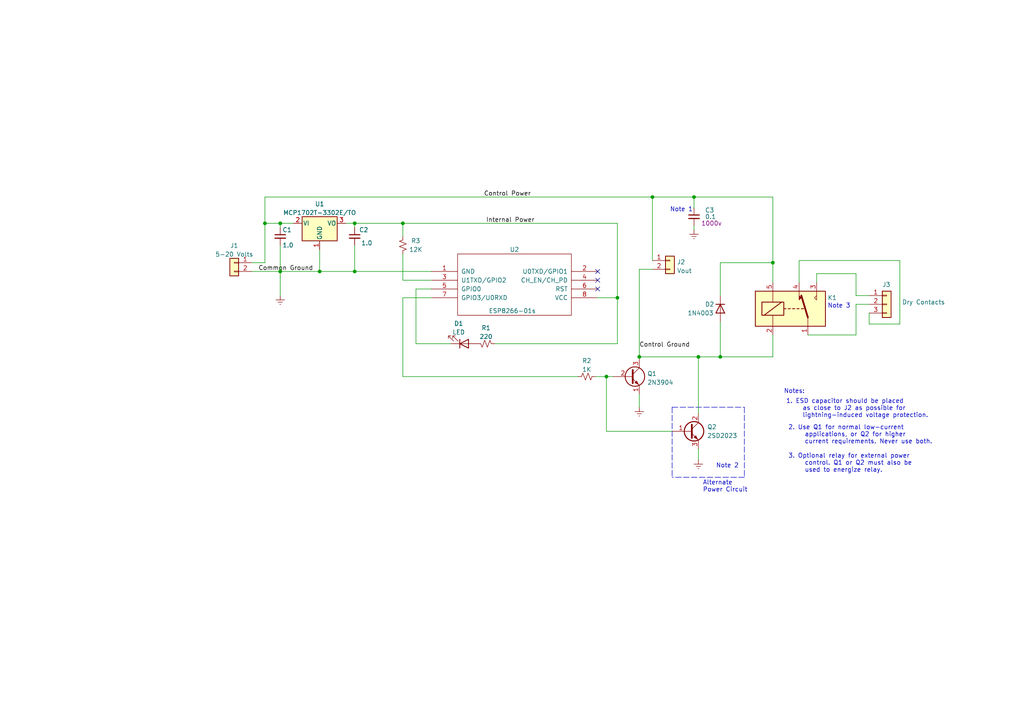
<source format=kicad_sch>
(kicad_sch (version 20211123) (generator eeschema)
  (paper "A4")
  (title_block (title "Run Time Limiter") (date "2023-08-16") (rev "3.0") (company "OmniTronics"))
  (lib_symbols
    (symbol "AZ7029ZTR-E1:2N3904" (pin_names (offset 0) hide)
      (property "Reference" "Q" (at 5.08 1.905 0))
      (property "Value" "2N3904" (at 5.08 0 0))
      (symbol "2N3904_0_1"
        (polyline (pts (xy 0.635 0.635) (xy 2.54 2.54)))
        (polyline (pts (xy 0.635 -0.635) (xy 2.54 -2.54) (xy 2.54 -2.54)))
        (polyline (pts (xy 0.635 1.905) (xy 0.635 -1.905) (xy 0.635 -1.905)) (stroke (width 0.508)))
        (polyline (pts (xy 1.27 -1.778) (xy 1.778 -1.27) (xy 2.286 -2.286) (xy 1.27 -1.778) (xy 1.27 -1.778)) (fill (type outline)))
        (circle (center 1.27 0) (radius 2.8194) (stroke (width 0.254)))
      )
      (symbol "2N3904_1_1"
        (pin passive line (at 2.54 -5.08 90) (length 2.54) (name "E") (number "1"))
        (pin passive line (at -5.08 0 0) (length 5.715) (name "B") (number "2"))
        (pin passive line (at 2.54 5.08 270) (length 2.54) (name "C") (number "3"))
      )
    )
    (symbol "Connector_Generic:Conn_01x03" (pin_names (offset 1.016) hide)
      (property "Reference" "J" (at 0 5.08 0))
      (property "Value" "Conn_01x03" (at 0 -5.08 0))
      (symbol "Conn_01x03_1_1"
        (rectangle (start -1.27 -2.413) (end 0 -2.667) (stroke (width 0.1524)))
        (rectangle (start -1.27 0.127) (end 0 -0.127) (stroke (width 0.1524)))
        (rectangle (start -1.27 2.667) (end 0 2.413) (stroke (width 0.1524)))
        (rectangle (start -1.27 3.81) (end 1.27 -3.81) (stroke (width 0.254)) (fill (type background)))
        (pin passive line (at -5.08 2.54 0) (length 3.81) (name "Pin_1") (number "1"))
        (pin passive line (at -5.08 0 0) (length 3.81) (name "Pin_2") (number "2"))
        (pin passive line (at -5.08 -2.54 0) (length 3.81) (name "Pin_3") (number "3"))
      )
    )
    (symbol "Connector_TH_Headers:Conn_01x02" (pin_names (offset 1.016) hide)
      (property "Reference" "J" (at 0 2.54 0))
      (property "Value" "Conn_01x02" (at 0 -5.08 0))
      (symbol "Conn_01x02_1_1"
        (rectangle (start -1.27 -2.413) (end 0 -2.667) (stroke (width 0.1524)))
        (rectangle (start -1.27 0.127) (end 0 -0.127) (stroke (width 0.1524)))
        (rectangle (start -1.27 1.27) (end 1.27 -3.81) (stroke (width 0.254)) (fill (type background)))
        (pin passive line (at -5.08 0 0) (length 3.81) (name "Pin_1") (number "1"))
        (pin passive line (at -5.08 -2.54 0) (length 3.81) (name "Pin_2") (number "2"))
      )
    )
    (symbol "Device:C_Small" (pin_numbers hide) (pin_names (offset 0.254) hide)
      (property "Reference" "C" (at 0.254 1.778 0))
      (property "Value" "C_Small" (at 0.254 -2.032 0))
      (symbol "C_Small_0_1"
        (polyline (pts (xy -1.524 -0.508) (xy 1.524 -0.508)) (stroke (width 0.3302)))
        (polyline (pts (xy -1.524 0.508) (xy 1.524 0.508)) (stroke (width 0.3048)))
      )
      (symbol "C_Small_1_1"
        (pin passive line (at 0 2.54 270) (length 2.032) (name "~") (number "1"))
        (pin passive line (at 0 -2.54 90) (length 2.032) (name "~") (number "2"))
      )
    )
    (symbol "Device:LED" (pin_numbers hide) (pin_names (offset 1.016) hide)
      (property "Reference" "D" (at 0 2.54 0))
      (property "Value" "LED" (at 0 -2.54 0))
      (symbol "LED_0_1"
        (polyline (pts (xy -1.27 -1.27) (xy -1.27 1.27)) (stroke (width 0.254)))
        (polyline (pts (xy -1.27 0) (xy 1.27 0)))
        (polyline (pts (xy 1.27 -1.27) (xy 1.27 1.27) (xy -1.27 0) (xy 1.27 -1.27)) (stroke (width 0.254)))
        (polyline (pts (xy -3.048 -0.762) (xy -4.572 -2.286) (xy -3.81 -2.286) (xy -4.572 -2.286) (xy -4.572 -1.524)))
        (polyline (pts (xy -1.778 -0.762) (xy -3.302 -2.286) (xy -2.54 -2.286) (xy -3.302 -2.286) (xy -3.302 -1.524)))
      )
      (symbol "LED_1_1"
        (pin passive line (at -3.81 0 0) (length 2.54) (name "K") (number "1"))
        (pin passive line (at 3.81 0 180) (length 2.54) (name "A") (number "2"))
      )
    )
    (symbol "Device:R_Small_US" (pin_numbers hide) (pin_names (offset 0.254) hide)
      (property "Reference" "R" (at 0.762 0.508 0))
      (property "Value" "R_Small_US" (at 0.762 -1.016 0))
      (symbol "R_Small_US_1_1"
        (polyline (pts (xy 0 0) (xy 1.016 -0.381) (xy 0 -0.762) (xy -1.016 -1.143) (xy 0 -1.524)))
        (polyline (pts (xy 0 1.524) (xy 1.016 1.143) (xy 0 0.762) (xy -1.016 0.381) (xy 0 0)))
        (pin passive line (at 0 2.54 270) (length 1.016) (name "~") (number "1"))
        (pin passive line (at 0 -2.54 90) (length 1.016) (name "~") (number "2"))
      )
    )
    (symbol "Diode:1N4003" (pin_numbers hide) (pin_names hide)
      (property "Reference" "D" (at 0 2.54 0))
      (property "Value" "1N4003" (at 0 -2.54 0))
      (symbol "1N4003_0_1"
        (polyline (pts (xy -1.27 1.27) (xy -1.27 -1.27)) (stroke (width 0.254)))
        (polyline (pts (xy 1.27 0) (xy -1.27 0)))
        (polyline (pts (xy 1.27 1.27) (xy 1.27 -1.27) (xy -1.27 0) (xy 1.27 1.27)) (stroke (width 0.254)))
      )
      (symbol "1N4003_1_1"
        (pin passive line (at -3.81 0 0) (length 2.54) (name "K") (number "1"))
        (pin passive line (at 3.81 0 180) (length 2.54) (name "A") (number "2"))
      )
    )
    (symbol "ESP8266:ESP8266-01s" (pin_names (offset 1.016))
      (property "Reference" "U" (at -1.905 7.62 0))
      (property "Value" "ESP8266-01s" (at 0 -6.985 0))
      (symbol "ESP8266-01s_1_0"
        (rectangle (start -16.51 -8.89) (end 16.51 8.89))
      )
      (symbol "ESP8266-01s_1_1"
        (pin power_in line (at -24.13 3.81 0) (length 7.62) (name "GND") (number "1"))
        (pin bidirectional line (at 24.13 3.81 180) (length 7.62) (name "U0TXD/GPIO1") (number "2"))
        (pin bidirectional line (at -24.13 1.27 0) (length 7.62) (name "U1TXD/GPIO2") (number "3"))
        (pin input line (at 24.13 1.27 180) (length 7.62) (name "CH_EN/CH_PD") (number "4"))
        (pin bidirectional line (at -24.13 -1.27 0) (length 7.62) (name "GPIO0") (number "5"))
        (pin input line (at 24.13 -1.27 180) (length 7.62) (name "RST") (number "6"))
        (pin bidirectional line (at -24.13 -3.81 0) (length 7.62) (name "GPIO3/U0RXD") (number "7"))
        (pin power_in line (at 24.13 -3.81 180) (length 7.62) (name "VCC") (number "8"))
      )
    )
    (symbol "Regulator_Linear:MCP1700x-330xxTO" (pin_names (offset 0.254))
      (property "Reference" "U" (at -3.81 -3.175 0))
      (property "Value" "MCP1700x-330xxTO" (at 0 -3.175 0))
      (symbol "MCP1700x-330xxTO_0_1"
        (rectangle (start -5.08 5.08) (end 5.08 -1.905) (stroke (width 0.254)) (fill (type background)))
      )
      (symbol "MCP1700x-330xxTO_1_1"
        (pin power_in line (at 0 7.62 270) (length 2.54) (name "GND") (number "1"))
        (pin power_in line (at -7.62 0 0) (length 2.54) (name "VI") (number "2"))
        (pin power_out line (at 7.62 0 180) (length 2.54) (name "VO") (number "3"))
      )
    )
    (symbol "Relay:SANYOU_SRD_Form_C"
      (property "Reference" "K" (at 11.43 3.81 0))
      (property "Value" "SANYOU_SRD_Form_C" (at 11.43 1.27 0))
      (symbol "SANYOU_SRD_Form_C_0_0"
        (polyline (pts (xy 7.62 5.08) (xy 7.62 2.54) (xy 6.985 3.175) (xy 7.62 3.81)))
      )
      (symbol "SANYOU_SRD_Form_C_0_1"
        (rectangle (start -10.16 5.08) (end 10.16 -5.08) (stroke (width 0.254)) (fill (type background)))
        (rectangle (start -8.255 1.905) (end -1.905 -1.905) (stroke (width 0.254)))
        (polyline (pts (xy -7.62 -1.905) (xy -2.54 1.905)) (stroke (width 0.254)))
        (polyline (pts (xy -5.08 -5.08) (xy -5.08 -1.905)))
        (polyline (pts (xy -5.08 5.08) (xy -5.08 1.905)))
        (polyline (pts (xy -1.905 0) (xy -1.27 0)) (stroke (width 0.254)))
        (polyline (pts (xy -0.635 0) (xy 0 0)) (stroke (width 0.254)))
        (polyline (pts (xy 0.635 0) (xy 1.27 0)) (stroke (width 0.254)))
        (polyline (pts (xy 1.905 0) (xy 2.54 0)) (stroke (width 0.254)))
        (polyline (pts (xy 3.175 0) (xy 3.81 0)) (stroke (width 0.254)))
        (polyline (pts (xy 5.08 -2.54) (xy 3.175 3.81)) (stroke (width 0.508)))
        (polyline (pts (xy 5.08 -2.54) (xy 5.08 -5.08)))
      )
      (symbol "SANYOU_SRD_Form_C_1_1"
        (polyline (pts (xy 2.54 3.81) (xy 3.175 3.175) (xy 2.54 2.54) (xy 2.54 5.08)) (fill (type outline)))
        (pin passive line (at 5.08 -7.62 90) (length 2.54) (name "~") (number "1"))
        (pin passive line (at -5.08 -7.62 90) (length 2.54) (name "~") (number "2"))
        (pin passive line (at 7.62 7.62 270) (length 2.54) (name "~") (number "3"))
        (pin passive line (at 2.54 7.62 270) (length 2.54) (name "~") (number "4"))
        (pin passive line (at -5.08 7.62 270) (length 2.54) (name "~") (number "5"))
      )
    )
    (symbol "Transistor_BJT:2SC1945" (pin_names (offset 0) hide)
      (property "Reference" "Q1(alt)" (at 5.08 1.27 0))
      (property "Value" "2SD2023" (at 5.08 -1.27 0))
      (symbol "2SC1945_0_1"
        (polyline (pts (xy 0 0) (xy 0.635 0)))
        (polyline (pts (xy 2.54 2.54) (xy 0.635 0.635)))
        (polyline (pts (xy 0.635 1.905) (xy 0.635 -1.905) (xy 0.635 -1.905)) (stroke (width 0.508)))
        (polyline (pts (xy 2.286 -2.286) (xy 1.778 -1.778) (xy 1.778 -1.778)))
        (polyline (pts (xy 2.54 -2.54) (xy 0.635 -0.635) (xy 1.27 -1.27)) (fill (type outline)))
        (polyline (pts (xy 1.27 -1.778) (xy 1.778 -1.27) (xy 2.286 -2.286) (xy 1.27 -1.778) (xy 1.27 -1.778)) (fill (type outline)))
        (circle (center 1.27 0) (radius 2.8194) (stroke (width 0.3048)))
      )
      (symbol "2SC1945_1_1"
        (pin input line (at -5.08 0 0) (length 5.08) (name "B") (number "1"))
        (pin passive line (at 2.54 5.08 270) (length 2.54) (name "C") (number "2"))
        (pin passive line (at 2.54 -5.08 90) (length 2.54) (name "E") (number "3"))
      )
    )
    (symbol "power:GNDREF" (power) (pin_names (offset 0))
      (property "Value" "GNDREF" (at 0 -3.81 0))
      (symbol "GNDREF_0_1"
        (polyline (pts (xy -0.635 -1.905) (xy 0.635 -1.905)))
        (polyline (pts (xy -0.127 -2.54) (xy 0.127 -2.54)))
        (polyline (pts (xy 0 -1.27) (xy 0 0)))
        (polyline (pts (xy 1.27 -1.27) (xy -1.27 -1.27)))
      )
      (symbol "GNDREF_1_1"
        (pin power_in line (at 0 0 270) (length 0) hide (name "GNDREF") (number "1"))
      )
    )
  )
  (junction (at 201.295 57.15))
  (junction (at 189.23 57.15))
  (junction (at 175.895 109.22))
  (junction (at 208.915 103.505))
  (junction (at 81.28 64.77))
  (junction (at 116.84 64.77))
  (junction (at 179.07 86.36))
  (junction (at 76.835 64.77))
  (junction (at 92.71 78.74))
  (junction (at 81.28 78.74))
  (junction (at 185.42 103.505))
  (junction (at 102.87 78.74))
  (junction (at 202.565 103.505))
  (junction (at 224.155 76.2))
  (junction (at 102.87 64.77))
  (no_connect (at 173.355 81.28))
  (no_connect (at 173.355 78.74))
  (no_connect (at 173.355 83.82))
  (wire (pts (xy 224.155 97.155) (xy 224.155 103.505)))
  (wire (pts (xy 252.095 93.98) (xy 260.985 93.98)))
  (wire (pts (xy 236.855 81.915) (xy 236.855 79.375)))
  (wire (pts (xy 73.025 76.2) (xy 76.835 76.2)))
  (wire (pts (xy 194.945 125.095) (xy 175.895 125.095)))
  (wire (pts (xy 102.87 71.12) (xy 102.87 78.74)))
  (wire (pts (xy 76.835 64.77) (xy 81.28 64.77)))
  (wire (pts (xy 120.65 99.695) (xy 120.65 83.82)))
  (wire (pts (xy 130.81 99.695) (xy 120.65 99.695)))
  (wire (pts (xy 252.095 90.805) (xy 252.095 93.98)))
  (wire (pts (xy 248.285 85.725) (xy 252.095 85.725)))
  (wire (pts (xy 102.87 64.77) (xy 102.87 66.04)))
  (wire (pts (xy 208.915 85.725) (xy 208.915 76.2)))
  (wire (pts (xy 189.23 78.105) (xy 185.42 78.105)))
  (wire (pts (xy 248.285 79.375) (xy 248.285 85.725)))
  (wire (pts (xy 185.42 103.505) (xy 185.42 104.14)))
  (wire (pts (xy 116.84 64.77) (xy 179.07 64.77)))
  (wire (pts (xy 260.985 93.98) (xy 260.985 75.565)))
  (wire (pts (xy 120.65 83.82) (xy 125.095 83.82)))
  (wire (pts (xy 125.095 81.28) (xy 116.84 81.28)))
  (polyline (pts (xy 194.945 118.11) (xy 215.9 118.11)))
  (wire (pts (xy 260.985 75.565) (xy 231.775 75.565)))
  (wire (pts (xy 116.84 64.77) (xy 116.84 68.58)))
  (wire (pts (xy 81.28 71.12) (xy 81.28 78.74)))
  (wire (pts (xy 175.895 125.095) (xy 175.895 109.22)))
  (wire (pts (xy 175.895 109.22) (xy 177.8 109.22)))
  (wire (pts (xy 92.71 78.74) (xy 102.87 78.74)))
  (wire (pts (xy 231.775 75.565) (xy 231.775 81.915)))
  (wire (pts (xy 224.155 81.915) (xy 224.155 76.2)))
  (wire (pts (xy 202.565 120.015) (xy 202.565 103.505)))
  (wire (pts (xy 179.07 86.36) (xy 179.07 64.77)))
  (wire (pts (xy 167.64 109.22) (xy 116.84 109.22)))
  (wire (pts (xy 116.84 109.22) (xy 116.84 86.36)))
  (wire (pts (xy 236.855 79.375) (xy 248.285 79.375)))
  (polyline (pts (xy 194.945 118.11) (xy 194.945 138.43)))
  (wire (pts (xy 208.915 103.505) (xy 224.155 103.505)))
  (wire (pts (xy 116.84 86.36) (xy 125.095 86.36)))
  (wire (pts (xy 248.285 97.155) (xy 248.285 88.265)))
  (wire (pts (xy 201.295 57.15) (xy 224.155 57.15)))
  (wire (pts (xy 202.565 103.505) (xy 185.42 103.505)))
  (wire (pts (xy 234.315 97.155) (xy 248.285 97.155)))
  (wire (pts (xy 76.835 57.15) (xy 76.835 64.77)))
  (wire (pts (xy 202.565 130.175) (xy 202.565 133.35)))
  (wire (pts (xy 143.51 99.695) (xy 179.07 99.695)))
  (wire (pts (xy 173.355 86.36) (xy 179.07 86.36)))
  (wire (pts (xy 202.565 103.505) (xy 208.915 103.505)))
  (wire (pts (xy 92.71 72.39) (xy 92.71 78.74)))
  (wire (pts (xy 189.23 57.15) (xy 76.835 57.15)))
  (wire (pts (xy 81.28 78.74) (xy 92.71 78.74)))
  (wire (pts (xy 189.23 75.565) (xy 189.23 57.15)))
  (wire (pts (xy 76.835 76.2) (xy 76.835 64.77)))
  (wire (pts (xy 224.155 76.2) (xy 224.155 57.15)))
  (wire (pts (xy 185.42 78.105) (xy 185.42 103.505)))
  (polyline (pts (xy 215.9 118.11) (xy 215.9 138.43)))
  (wire (pts (xy 73.025 78.74) (xy 81.28 78.74)))
  (wire (pts (xy 201.295 65.405) (xy 201.295 66.675)))
  (wire (pts (xy 100.33 64.77) (xy 102.87 64.77)))
  (wire (pts (xy 81.28 64.77) (xy 85.09 64.77)))
  (wire (pts (xy 102.87 78.74) (xy 125.095 78.74)))
  (wire (pts (xy 81.28 78.74) (xy 81.28 85.725)))
  (wire (pts (xy 102.87 64.77) (xy 116.84 64.77)))
  (wire (pts (xy 248.285 88.265) (xy 252.095 88.265)))
  (wire (pts (xy 201.295 57.15) (xy 189.23 57.15)))
  (wire (pts (xy 201.295 57.15) (xy 201.295 60.325)))
  (wire (pts (xy 81.28 64.77) (xy 81.28 66.04)))
  (wire (pts (xy 208.915 93.345) (xy 208.915 103.505)))
  (wire (pts (xy 172.72 109.22) (xy 175.895 109.22)))
  (wire (pts (xy 116.84 81.28) (xy 116.84 73.66)))
  (wire (pts (xy 179.07 99.695) (xy 179.07 86.36)))
  (polyline (pts (xy 215.9 138.43) (xy 194.945 138.43)))
  (wire (pts (xy 185.42 114.3) (xy 185.42 118.11)))
  (wire (pts (xy 208.915 76.2) (xy 224.155 76.2)))
  (text "Note 3" (at 240.03 89.535 0) (effects (font (size 1.27 1.27)) (justify left bottom)))
  (text "Notes:" (at 227.33 114.3 0) (effects (font (size 1.27 1.27)) (justify left bottom)))
  (text "3. Optional relay for external power \n	control. Q1 or Q2 must also be \n	used to energize relay." (at 228.6 137.16 0) (effects (font (size 1.27 1.27)) (justify left bottom)))
  (text "1. ESD capacitor should be placed\n	as close to J2 as possible for\n	lightning-induced voltage protection." (at 227.965 121.285 0) (effects (font (size 1.27 1.27)) (justify left bottom)))
  (text "Alternate\nPower Circuit" (at 203.835 142.875 0) (effects (font (size 1.27 1.27)) (justify left bottom)))
  (text "Note 1" (at 194.31 61.595 0) (effects (font (size 1.27 1.27)) (justify left bottom)))
  (text "Note 2" (at 207.645 135.89 0) (effects (font (size 1.27 1.27)) (justify left bottom)))
  (text "2. Use Q1 for normal low-current \n	applications, or Q2 for higher\n	current requirements. Never use both." (at 228.6 128.905 0) (effects (font (size 1.27 1.27)) (justify left bottom)))
  (label "Control Ground" (at 185.42 100.965 0))
  (label "Common Ground" (at 74.93 78.74 0))
  (label "Internal Power" (at 140.97 64.77 0))
  (label "Control Power" (at 140.335 57.15 0))
  (symbol (lib_id "AZ7029ZTR-E1:2N3904") (at 182.88 109.22 0) (unit 1)
    (property "Reference" "Q1" (at 187.7314 108.3853 0) (effects (justify left)))
    (property "Value" "2N3904" (at 187.7314 110.9222 0) (effects (justify left)))
    (property "Footprint" "Package_TO_SOT_THT:TO-92_Inline" (effects hide))
    (property "Datasheet" "https://www.onsemi.com/pub/Collateral/2N3903-D.PDF" (effects hide))
  )
  (symbol (lib_id "power:GNDREF") (at 81.28 85.725 0) (unit 1)
    (property "Reference" "#PWR0101" (effects hide))
    (property "Value" "GNDREF" (effects hide))
  )
  (symbol (lib_id "Regulator_Linear:MCP1700x-330xxTO") (at 92.71 64.77 0) (mirror x) (unit 1)
    (property "Reference" "U1" (at 92.71 59.1652 0))
    (property "Value" "MCP1702T-3302E/TO" (at 92.71 61.7021 0))
    (property "Footprint" "Package_TO_SOT_THT:TO-92_Inline" (effects hide))
    (property "Datasheet" "http://ww1.microchip.com/downloads/en/DeviceDoc/20001826D.pdf" (effects hide))
  )
  (symbol (lib_id "Device:R_Small_US") (at 140.97 99.695 90) (mirror x) (unit 1)
    (property "Reference" "R1" (at 140.97 95.1062 90))
    (property "Value" "220" (at 140.97 97.6431 90))
    (property "Footprint" "Resistor_THT:R_Axial_DIN0207_L6.3mm_D2.5mm_P10.16mm_Horizontal" (effects hide))
  )
  (symbol (lib_id "Connector_TH_Headers:Conn_01x02") (at 194.31 75.565 0) (unit 1)
    (property "Reference" "J2" (at 196.342 76.0003 0) (effects (justify left)))
    (property "Value" "Vout" (at 196.342 78.5372 0) (effects (justify left)))
    (property "Footprint" "Connector_PinHeader_2.54mm:PinHeader_1x02_P2.54mm_Vertical" (effects hide))
  )
  (symbol (lib_id "power:GNDREF") (at 202.565 133.35 0) (unit 1)
    (property "Reference" "#PWR0103" (effects hide))
    (property "Value" "GNDREF" (effects hide))
  )
  (symbol (lib_id "power:GNDREF") (at 185.42 118.11 0) (unit 1)
    (property "Reference" "#PWR0102" (effects hide))
    (property "Value" "GNDREF" (effects hide))
  )
  (symbol (lib_id "power:GNDREF") (at 201.295 66.675 0) (unit 1)
    (property "Reference" "#PWR0104" (effects hide))
    (property "Value" "GNDREF" (effects hide))
  )
  (symbol (lib_id "Device:C_Small") (at 102.87 68.58 0) (unit 1)
    (property "Reference" "C2" (at 104.14 66.675 0) (effects (justify left)))
    (property "Value" "1.0" (at 104.775 70.485 0) (effects (justify left)))
    (property "Footprint" "Capacitor_THT:CP_Radial_Tantal_D4.5mm_P2.50mm" (effects hide))
  )
  (symbol (lib_id "Relay:SANYOU_SRD_Form_C") (at 229.235 89.535 0) (unit 1)
    (property "Reference" "K1" (at 240.03 86.36 0) (effects (justify left)))
    (property "Value" "Relay" (effects hide))
    (property "Footprint" "Relay_THT:Relay_SPDT_SANYOU_SRD_Series_Form_C" (effects hide))
    (property "Datasheet" "http://www.sanyourelay.ca/public/products/pdf/SRD.pdf" (effects hide))
  )
  (symbol (lib_id "Device:LED") (at 134.62 99.695 0) (mirror x) (unit 1)
    (property "Reference" "D1" (at 133.0325 93.8362 0))
    (property "Value" "LED" (at 133.0325 96.3731 0))
    (property "Footprint" "LED_THT:LED_D5.0mm" (effects hide))
  )
  (symbol (lib_id "Device:C_Small") (at 201.295 62.865 0) (unit 1)
    (property "Reference" "C3" (at 204.47 60.96 0) (effects (justify left)))
    (property "Value" "0.1" (at 204.47 62.865 0) (effects (justify left)))
    (property "Footprint" "Capacitor_THT:C_Disc_D10.5mm_W5.0mm_P10.00mm" (effects hide))
    (property "Rating" "1000v" (at 206.375 64.77 0))
  )
  (symbol (lib_id "Transistor_BJT:2SC1945") (at 200.025 125.095 0) (unit 1)
    (property "Reference" "Q2" (at 205.105 123.825 0) (effects (justify left)))
    (property "Value" "2SD2023" (at 205.105 126.365 0) (effects (justify left)))
    (property "Footprint" "Package_TO_SOT_THT:TO-220-3_Vertical" (effects hide))
    (property "Datasheet" "https://pdf1.alldatasheet.com/datasheet-pdf/view/271672/SAVANTIC/2SD2023.html" (effects hide))
  )
  (symbol (lib_id "Connector_TH_Headers:Conn_01x02") (at 67.945 76.2 0) (mirror y) (unit 1)
    (property "Reference" "J1" (at 67.945 71.2302 0))
    (property "Value" "5-20 Volts" (at 67.945 73.7671 0))
    (property "Footprint" "Connector_PinHeader_2.54mm:PinHeader_1x02_P2.54mm_Vertical" (effects hide))
  )
  (symbol (lib_id "Device:R_Small_US") (at 170.18 109.22 270) (unit 1)
    (property "Reference" "R2" (at 170.18 104.6312 90))
    (property "Value" "1K" (at 170.18 107.1681 90))
    (property "Footprint" "Resistor_THT:R_Axial_DIN0207_L6.3mm_D2.5mm_P10.16mm_Horizontal" (effects hide))
  )
  (symbol (lib_id "Diode:1N4003") (at 208.915 89.535 270) (unit 1)
    (property "Reference" "D2" (at 204.47 88.265 90) (effects (justify left)))
    (property "Value" "1N4003" (at 199.39 90.805 90) (effects (justify left)))
    (property "Footprint" "Diode_THT:D_DO-41_SOD81_P10.16mm_Horizontal" (effects hide))
    (property "Datasheet" "http://www.vishay.com/docs/88503/1n4001.pdf" (effects hide))
  )
  (symbol (lib_id "Device:C_Small") (at 81.28 68.58 0) (unit 1)
    (property "Reference" "C1" (at 81.915 66.675 0) (effects (justify left)))
    (property "Value" "1.0" (at 81.915 71.12 0) (effects (justify left)))
    (property "Footprint" "Capacitor_THT:CP_Radial_Tantal_D4.5mm_P2.50mm" (effects hide))
  )
  (symbol (lib_id "Device:R_Small_US") (at 116.84 71.12 0) (mirror x) (unit 1)
    (property "Reference" "R3" (at 121.92 69.85 0) (effects (justify right)))
    (property "Value" "12K" (at 122.555 72.39 0) (effects (justify right)))
    (property "Footprint" "Resistor_THT:R_Axial_DIN0207_L6.3mm_D2.5mm_P10.16mm_Horizontal" (effects hide))
  )
  (symbol (lib_id "Connector_Generic:Conn_01x03") (at 257.175 88.265 0) (unit 1)
    (property "Reference" "J3" (at 255.905 82.55 0) (effects (justify left)))
    (property "Value" "Dry Contacts" (at 261.62 87.63 0) (effects (justify left)))
    (property "Footprint" "Connector_PinHeader_2.54mm:PinHeader_1x03_P2.54mm_Vertical" (effects hide))
  )
  (symbol (lib_id "ESP8266:ESP8266-01s") (at 149.225 82.55 0) (unit 1)
    (property "Reference" "U2" (at 149.225 72.39 0))
    (property "Value" "ESP8266-01s" (at 148.59 90.17 0))
    (property "Footprint" "ESP8266:ESP8266-01s" (effects hide))
    (property "Datasheet" "https://www.universal-solder.ca/downloads/esp8266_series_modules_user_manual_en.pdf" (effects hide))
  )
)
</source>
